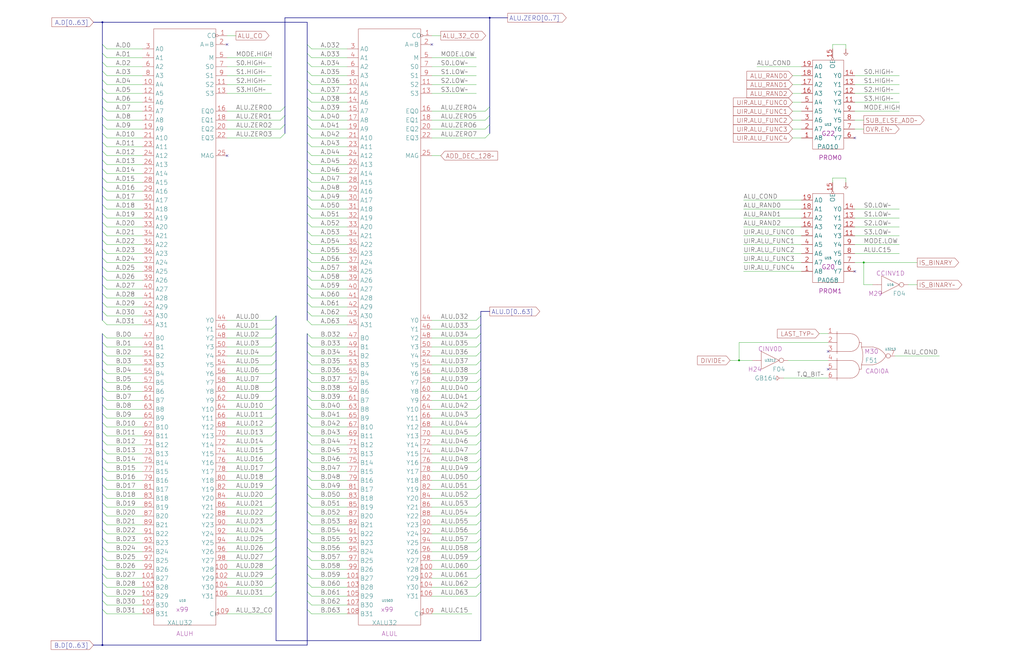
<source format=kicad_sch>
(kicad_sch (version 20230121) (generator eeschema)
  (paper "User" 584.2 378.46)
  (title_block (title "ALU ARRAY\\nMOST SIGNIFICANT BITS") (date "15-MAR-90") (rev "1.0") (comment 1 "TYPE") (comment 2 "232-003062") (comment 3 "S400") (comment 4 "RELEASED"))
  (junction (at 58.42 368.3))
  (junction (at 492.76 149.86))
  (junction (at 58.42 12.7))
  (junction (at 421.64 205.74))
  (junction (at 279.4 10.16))
  (no_connect (at 487.68 154.94))
  (no_connect (at 129.54 88.9))
  (no_connect (at 472.44 210.82))
  (no_connect (at 246.38 25.4))
  (no_connect (at 129.54 25.4))
  (no_connect (at 487.68 78.74))
  (no_connect (at 472.44 200.66))
  (bus_entry (at 58.42 182.88) (size 2.54 2.54))
  (bus_entry (at 175.26 241.3) (size 2.54 2.54))
  (bus_entry (at 175.26 45.72) (size 2.54 2.54))
  (bus_entry (at 175.26 220.98) (size 2.54 2.54))
  (bus_entry (at 175.26 66.04) (size 2.54 2.54))
  (bus_entry (at 58.42 220.98) (size 2.54 2.54))
  (bus_entry (at 175.26 50.8) (size 2.54 2.54))
  (bus_entry (at 157.48 231.14) (size -2.54 2.54))
  (bus_entry (at 157.48 261.62) (size -2.54 2.54))
  (bus_entry (at 175.26 55.88) (size 2.54 2.54))
  (bus_entry (at 157.48 271.78) (size -2.54 2.54))
  (bus_entry (at 58.42 111.76) (size 2.54 2.54))
  (bus_entry (at 58.42 271.78) (size 2.54 2.54))
  (bus_entry (at 157.48 241.3) (size -2.54 2.54))
  (bus_entry (at 175.26 276.86) (size 2.54 2.54))
  (bus_entry (at 157.48 210.82) (size -2.54 2.54))
  (bus_entry (at 175.26 190.5) (size 2.54 2.54))
  (bus_entry (at 58.42 205.74) (size 2.54 2.54))
  (bus_entry (at 175.26 137.16) (size 2.54 2.54))
  (bus_entry (at 175.26 332.74) (size 2.54 2.54))
  (bus_entry (at 157.48 215.9) (size -2.54 2.54))
  (bus_entry (at 175.26 231.14) (size 2.54 2.54))
  (bus_entry (at 175.26 177.8) (size 2.54 2.54))
  (bus_entry (at 175.26 251.46) (size 2.54 2.54))
  (bus_entry (at 274.32 241.3) (size -2.54 2.54))
  (bus_entry (at 175.26 297.18) (size 2.54 2.54))
  (bus_entry (at 175.26 116.84) (size 2.54 2.54))
  (bus_entry (at 175.26 271.78) (size 2.54 2.54))
  (bus_entry (at 58.42 261.62) (size 2.54 2.54))
  (bus_entry (at 274.32 236.22) (size -2.54 2.54))
  (bus_entry (at 274.32 332.74) (size -2.54 2.54))
  (bus_entry (at 274.32 281.94) (size -2.54 2.54))
  (bus_entry (at 157.48 226.06) (size -2.54 2.54))
  (bus_entry (at 58.42 157.48) (size 2.54 2.54))
  (bus_entry (at 274.32 322.58) (size -2.54 2.54))
  (bus_entry (at 175.26 132.08) (size 2.54 2.54))
  (bus_entry (at 58.42 251.46) (size 2.54 2.54))
  (bus_entry (at 175.26 76.2) (size 2.54 2.54))
  (bus_entry (at 58.42 307.34) (size 2.54 2.54))
  (bus_entry (at 175.26 60.96) (size 2.54 2.54))
  (bus_entry (at 58.42 132.08) (size 2.54 2.54))
  (bus_entry (at 279.4 60.96) (size -2.54 2.54))
  (bus_entry (at 279.4 66.04) (size -2.54 2.54))
  (bus_entry (at 279.4 71.12) (size -2.54 2.54))
  (bus_entry (at 58.42 25.4) (size 2.54 2.54))
  (bus_entry (at 175.26 347.98) (size 2.54 2.54))
  (bus_entry (at 175.26 25.4) (size 2.54 2.54))
  (bus_entry (at 58.42 200.66) (size 2.54 2.54))
  (bus_entry (at 58.42 292.1) (size 2.54 2.54))
  (bus_entry (at 175.26 182.88) (size 2.54 2.54))
  (bus_entry (at 175.26 307.34) (size 2.54 2.54))
  (bus_entry (at 58.42 231.14) (size 2.54 2.54))
  (bus_entry (at 157.48 190.5) (size -2.54 2.54))
  (bus_entry (at 58.42 142.24) (size 2.54 2.54))
  (bus_entry (at 58.42 86.36) (size 2.54 2.54))
  (bus_entry (at 175.26 162.56) (size 2.54 2.54))
  (bus_entry (at 58.42 347.98) (size 2.54 2.54))
  (bus_entry (at 274.32 317.5) (size -2.54 2.54))
  (bus_entry (at 274.32 180.34) (size -2.54 2.54))
  (bus_entry (at 58.42 190.5) (size 2.54 2.54))
  (bus_entry (at 175.26 302.26) (size 2.54 2.54))
  (bus_entry (at 58.42 127) (size 2.54 2.54))
  (bus_entry (at 162.56 76.2) (size -2.54 2.54))
  (bus_entry (at 175.26 226.06) (size 2.54 2.54))
  (bus_entry (at 58.42 266.7) (size 2.54 2.54))
  (bus_entry (at 175.26 147.32) (size 2.54 2.54))
  (bus_entry (at 157.48 266.7) (size -2.54 2.54))
  (bus_entry (at 58.42 302.26) (size 2.54 2.54))
  (bus_entry (at 157.48 251.46) (size -2.54 2.54))
  (bus_entry (at 175.26 342.9) (size 2.54 2.54))
  (bus_entry (at 58.42 317.5) (size 2.54 2.54))
  (bus_entry (at 162.56 60.96) (size -2.54 2.54))
  (bus_entry (at 58.42 241.3) (size 2.54 2.54))
  (bus_entry (at 58.42 167.64) (size 2.54 2.54))
  (bus_entry (at 157.48 276.86) (size -2.54 2.54))
  (bus_entry (at 157.48 200.66) (size -2.54 2.54))
  (bus_entry (at 157.48 281.94) (size -2.54 2.54))
  (bus_entry (at 162.56 71.12) (size -2.54 2.54))
  (bus_entry (at 58.42 342.9) (size 2.54 2.54))
  (bus_entry (at 58.42 177.8) (size 2.54 2.54))
  (bus_entry (at 58.42 137.16) (size 2.54 2.54))
  (bus_entry (at 274.32 307.34) (size -2.54 2.54))
  (bus_entry (at 274.32 302.26) (size -2.54 2.54))
  (bus_entry (at 58.42 40.64) (size 2.54 2.54))
  (bus_entry (at 175.26 322.58) (size 2.54 2.54))
  (bus_entry (at 58.42 147.32) (size 2.54 2.54))
  (bus_entry (at 157.48 185.42) (size -2.54 2.54))
  (bus_entry (at 274.32 337.82) (size -2.54 2.54))
  (bus_entry (at 157.48 180.34) (size -2.54 2.54))
  (bus_entry (at 175.26 292.1) (size 2.54 2.54))
  (bus_entry (at 58.42 287.02) (size 2.54 2.54))
  (bus_entry (at 175.26 200.66) (size 2.54 2.54))
  (bus_entry (at 175.26 205.74) (size 2.54 2.54))
  (bus_entry (at 58.42 101.6) (size 2.54 2.54))
  (bus_entry (at 175.26 261.62) (size 2.54 2.54))
  (bus_entry (at 279.4 76.2) (size -2.54 2.54))
  (bus_entry (at 58.42 246.38) (size 2.54 2.54))
  (bus_entry (at 157.48 327.66) (size -2.54 2.54))
  (bus_entry (at 175.26 111.76) (size 2.54 2.54))
  (bus_entry (at 175.26 236.22) (size 2.54 2.54))
  (bus_entry (at 175.26 81.28) (size 2.54 2.54))
  (bus_entry (at 274.32 271.78) (size -2.54 2.54))
  (bus_entry (at 274.32 312.42) (size -2.54 2.54))
  (bus_entry (at 58.42 195.58) (size 2.54 2.54))
  (bus_entry (at 274.32 276.86) (size -2.54 2.54))
  (bus_entry (at 58.42 172.72) (size 2.54 2.54))
  (bus_entry (at 58.42 71.12) (size 2.54 2.54))
  (bus_entry (at 58.42 226.06) (size 2.54 2.54))
  (bus_entry (at 157.48 322.58) (size -2.54 2.54))
  (bus_entry (at 157.48 307.34) (size -2.54 2.54))
  (bus_entry (at 274.32 226.06) (size -2.54 2.54))
  (bus_entry (at 58.42 116.84) (size 2.54 2.54))
  (bus_entry (at 157.48 312.42) (size -2.54 2.54))
  (bus_entry (at 58.42 297.18) (size 2.54 2.54))
  (bus_entry (at 58.42 60.96) (size 2.54 2.54))
  (bus_entry (at 175.26 317.5) (size 2.54 2.54))
  (bus_entry (at 58.42 256.54) (size 2.54 2.54))
  (bus_entry (at 175.26 96.52) (size 2.54 2.54))
  (bus_entry (at 58.42 322.58) (size 2.54 2.54))
  (bus_entry (at 58.42 66.04) (size 2.54 2.54))
  (bus_entry (at 175.26 172.72) (size 2.54 2.54))
  (bus_entry (at 274.32 246.38) (size -2.54 2.54))
  (bus_entry (at 157.48 246.38) (size -2.54 2.54))
  (bus_entry (at 175.26 210.82) (size 2.54 2.54))
  (bus_entry (at 157.48 337.82) (size -2.54 2.54))
  (bus_entry (at 175.26 337.82) (size 2.54 2.54))
  (bus_entry (at 175.26 281.94) (size 2.54 2.54))
  (bus_entry (at 157.48 195.58) (size -2.54 2.54))
  (bus_entry (at 175.26 127) (size 2.54 2.54))
  (bus_entry (at 58.42 327.66) (size 2.54 2.54))
  (bus_entry (at 175.26 40.64) (size 2.54 2.54))
  (bus_entry (at 274.32 287.02) (size -2.54 2.54))
  (bus_entry (at 175.26 121.92) (size 2.54 2.54))
  (bus_entry (at 58.42 121.92) (size 2.54 2.54))
  (bus_entry (at 58.42 76.2) (size 2.54 2.54))
  (bus_entry (at 175.26 256.54) (size 2.54 2.54))
  (bus_entry (at 274.32 251.46) (size -2.54 2.54))
  (bus_entry (at 175.26 246.38) (size 2.54 2.54))
  (bus_entry (at 175.26 327.66) (size 2.54 2.54))
  (bus_entry (at 274.32 190.5) (size -2.54 2.54))
  (bus_entry (at 58.42 281.94) (size 2.54 2.54))
  (bus_entry (at 58.42 96.52) (size 2.54 2.54))
  (bus_entry (at 58.42 106.68) (size 2.54 2.54))
  (bus_entry (at 175.26 71.12) (size 2.54 2.54))
  (bus_entry (at 58.42 276.86) (size 2.54 2.54))
  (bus_entry (at 175.26 287.02) (size 2.54 2.54))
  (bus_entry (at 175.26 30.48) (size 2.54 2.54))
  (bus_entry (at 175.26 35.56) (size 2.54 2.54))
  (bus_entry (at 175.26 106.68) (size 2.54 2.54))
  (bus_entry (at 157.48 205.74) (size -2.54 2.54))
  (bus_entry (at 58.42 162.56) (size 2.54 2.54))
  (bus_entry (at 274.32 210.82) (size -2.54 2.54))
  (bus_entry (at 58.42 30.48) (size 2.54 2.54))
  (bus_entry (at 157.48 332.74) (size -2.54 2.54))
  (bus_entry (at 175.26 101.6) (size 2.54 2.54))
  (bus_entry (at 175.26 157.48) (size 2.54 2.54))
  (bus_entry (at 175.26 167.64) (size 2.54 2.54))
  (bus_entry (at 58.42 35.56) (size 2.54 2.54))
  (bus_entry (at 58.42 91.44) (size 2.54 2.54))
  (bus_entry (at 58.42 81.28) (size 2.54 2.54))
  (bus_entry (at 58.42 337.82) (size 2.54 2.54))
  (bus_entry (at 175.26 195.58) (size 2.54 2.54))
  (bus_entry (at 175.26 86.36) (size 2.54 2.54))
  (bus_entry (at 157.48 317.5) (size -2.54 2.54))
  (bus_entry (at 274.32 185.42) (size -2.54 2.54))
  (bus_entry (at 157.48 256.54) (size -2.54 2.54))
  (bus_entry (at 274.32 256.54) (size -2.54 2.54))
  (bus_entry (at 58.42 210.82) (size 2.54 2.54))
  (bus_entry (at 157.48 292.1) (size -2.54 2.54))
  (bus_entry (at 162.56 66.04) (size -2.54 2.54))
  (bus_entry (at 274.32 297.18) (size -2.54 2.54))
  (bus_entry (at 58.42 215.9) (size 2.54 2.54))
  (bus_entry (at 175.26 91.44) (size 2.54 2.54))
  (bus_entry (at 274.32 200.66) (size -2.54 2.54))
  (bus_entry (at 175.26 312.42) (size 2.54 2.54))
  (bus_entry (at 58.42 45.72) (size 2.54 2.54))
  (bus_entry (at 175.26 266.7) (size 2.54 2.54))
  (bus_entry (at 175.26 152.4) (size 2.54 2.54))
  (bus_entry (at 157.48 220.98) (size -2.54 2.54))
  (bus_entry (at 274.32 195.58) (size -2.54 2.54))
  (bus_entry (at 274.32 220.98) (size -2.54 2.54))
  (bus_entry (at 157.48 297.18) (size -2.54 2.54))
  (bus_entry (at 58.42 152.4) (size 2.54 2.54))
  (bus_entry (at 274.32 292.1) (size -2.54 2.54))
  (bus_entry (at 58.42 50.8) (size 2.54 2.54))
  (bus_entry (at 58.42 236.22) (size 2.54 2.54))
  (bus_entry (at 58.42 55.88) (size 2.54 2.54))
  (bus_entry (at 58.42 332.74) (size 2.54 2.54))
  (bus_entry (at 274.32 327.66) (size -2.54 2.54))
  (bus_entry (at 157.48 302.26) (size -2.54 2.54))
  (bus_entry (at 157.48 287.02) (size -2.54 2.54))
  (bus_entry (at 274.32 205.74) (size -2.54 2.54))
  (bus_entry (at 274.32 215.9) (size -2.54 2.54))
  (bus_entry (at 274.32 261.62) (size -2.54 2.54))
  (bus_entry (at 274.32 231.14) (size -2.54 2.54))
  (bus_entry (at 175.26 215.9) (size 2.54 2.54))
  (bus_entry (at 157.48 236.22) (size -2.54 2.54))
  (bus_entry (at 274.32 266.7) (size -2.54 2.54))
  (bus_entry (at 58.42 312.42) (size 2.54 2.54))
  (bus_entry (at 175.26 142.24) (size 2.54 2.54))
  (wire (pts (xy 424.18 139.7) (xy 457.2 139.7)))
  (wire (pts (xy 246.38 294.64) (xy 271.78 294.64)))
  (wire (pts (xy 487.68 139.7) (xy 513.08 139.7)))
  (bus (pts (xy 58.42 12.7) (xy 175.26 12.7)))
  (bus (pts (xy 58.42 81.28) (xy 58.42 86.36)))
  (wire (pts (xy 129.54 63.5) (xy 160.02 63.5)))
  (wire (pts (xy 177.8 185.42) (xy 198.12 185.42)))
  (wire (pts (xy 246.38 20.32) (xy 251.46 20.32)))
  (wire (pts (xy 246.38 274.32) (xy 271.78 274.32)))
  (wire (pts (xy 177.8 124.46) (xy 198.12 124.46)))
  (wire (pts (xy 177.8 78.74) (xy 198.12 78.74)))
  (wire (pts (xy 246.38 259.08) (xy 271.78 259.08)))
  (wire (pts (xy 497.84 162.56) (xy 492.76 162.56)))
  (bus (pts (xy 175.26 76.2) (xy 175.26 81.28)))
  (wire (pts (xy 60.96 259.08) (xy 81.28 259.08)))
  (wire (pts (xy 60.96 63.5) (xy 81.28 63.5)))
  (bus (pts (xy 157.48 292.1) (xy 157.48 297.18)))
  (wire (pts (xy 452.12 68.58) (xy 457.2 68.58)))
  (wire (pts (xy 129.54 38.1) (xy 154.94 38.1)))
  (bus (pts (xy 58.42 347.98) (xy 58.42 368.3)))
  (bus (pts (xy 58.42 137.16) (xy 58.42 142.24)))
  (wire (pts (xy 129.54 269.24) (xy 154.94 269.24)))
  (wire (pts (xy 60.96 139.7) (xy 81.28 139.7)))
  (bus (pts (xy 58.42 147.32) (xy 58.42 152.4)))
  (wire (pts (xy 246.38 335.28) (xy 271.78 335.28)))
  (bus (pts (xy 175.26 261.62) (xy 175.26 266.7)))
  (bus (pts (xy 175.26 332.74) (xy 175.26 327.66)))
  (bus (pts (xy 274.32 190.5) (xy 274.32 195.58)))
  (bus (pts (xy 58.42 271.78) (xy 58.42 276.86)))
  (wire (pts (xy 129.54 274.32) (xy 154.94 274.32)))
  (wire (pts (xy 474.98 101.6) (xy 474.98 104.14)))
  (bus (pts (xy 274.32 317.5) (xy 274.32 322.58)))
  (wire (pts (xy 60.96 99.06) (xy 81.28 99.06)))
  (wire (pts (xy 60.96 165.1) (xy 81.28 165.1)))
  (wire (pts (xy 424.18 154.94) (xy 457.2 154.94)))
  (bus (pts (xy 274.32 261.62) (xy 274.32 266.7)))
  (bus (pts (xy 58.42 172.72) (xy 58.42 177.8)))
  (bus (pts (xy 58.42 231.14) (xy 58.42 226.06)))
  (wire (pts (xy 246.38 289.56) (xy 271.78 289.56)))
  (bus (pts (xy 175.26 236.22) (xy 175.26 241.3)))
  (wire (pts (xy 60.96 48.26) (xy 81.28 48.26)))
  (bus (pts (xy 175.26 132.08) (xy 175.26 137.16)))
  (bus (pts (xy 175.26 281.94) (xy 175.26 287.02)))
  (wire (pts (xy 60.96 104.14) (xy 81.28 104.14)))
  (bus (pts (xy 175.26 215.9) (xy 175.26 220.98)))
  (wire (pts (xy 177.8 119.38) (xy 198.12 119.38)))
  (wire (pts (xy 60.96 213.36) (xy 81.28 213.36)))
  (bus (pts (xy 279.4 10.16) (xy 289.56 10.16)))
  (bus (pts (xy 274.32 307.34) (xy 274.32 312.42)))
  (bus (pts (xy 58.42 116.84) (xy 58.42 121.92)))
  (wire (pts (xy 246.38 48.26) (xy 271.78 48.26)))
  (bus (pts (xy 175.26 231.14) (xy 175.26 236.22)))
  (bus (pts (xy 58.42 132.08) (xy 58.42 137.16)))
  (wire (pts (xy 177.8 294.64) (xy 198.12 294.64)))
  (wire (pts (xy 60.96 269.24) (xy 81.28 269.24)))
  (wire (pts (xy 421.64 195.58) (xy 421.64 205.74)))
  (bus (pts (xy 58.42 205.74) (xy 58.42 210.82)))
  (bus (pts (xy 157.48 210.82) (xy 157.48 215.9)))
  (wire (pts (xy 452.12 78.74) (xy 457.2 78.74)))
  (wire (pts (xy 129.54 289.56) (xy 154.94 289.56)))
  (wire (pts (xy 129.54 309.88) (xy 154.94 309.88)))
  (wire (pts (xy 60.96 180.34) (xy 81.28 180.34)))
  (wire (pts (xy 129.54 284.48) (xy 154.94 284.48)))
  (wire (pts (xy 492.76 149.86) (xy 487.68 149.86)))
  (bus (pts (xy 175.26 162.56) (xy 175.26 167.64)))
  (wire (pts (xy 129.54 73.66) (xy 160.02 73.66)))
  (wire (pts (xy 246.38 198.12) (xy 271.78 198.12)))
  (bus (pts (xy 274.32 195.58) (xy 274.32 200.66)))
  (bus (pts (xy 157.48 185.42) (xy 157.48 190.5)))
  (bus (pts (xy 58.42 96.52) (xy 58.42 101.6)))
  (wire (pts (xy 246.38 88.9) (xy 251.46 88.9)))
  (wire (pts (xy 129.54 254) (xy 154.94 254)))
  (bus (pts (xy 274.32 287.02) (xy 274.32 292.1)))
  (wire (pts (xy 129.54 350.52) (xy 154.94 350.52)))
  (wire (pts (xy 177.8 213.36) (xy 198.12 213.36)))
  (wire (pts (xy 482.6 101.6) (xy 474.98 101.6)))
  (wire (pts (xy 177.8 284.48) (xy 198.12 284.48)))
  (wire (pts (xy 487.68 53.34) (xy 513.08 53.34)))
  (wire (pts (xy 60.96 185.42) (xy 81.28 185.42)))
  (wire (pts (xy 60.96 203.2) (xy 81.28 203.2)))
  (wire (pts (xy 177.8 180.34) (xy 198.12 180.34)))
  (wire (pts (xy 129.54 228.6) (xy 154.94 228.6)))
  (wire (pts (xy 177.8 63.5) (xy 198.12 63.5)))
  (wire (pts (xy 60.96 320.04) (xy 81.28 320.04)))
  (bus (pts (xy 58.42 337.82) (xy 58.42 342.9)))
  (bus (pts (xy 274.32 215.9) (xy 274.32 210.82)))
  (bus (pts (xy 58.42 71.12) (xy 58.42 76.2)))
  (wire (pts (xy 518.16 162.56) (xy 523.24 162.56)))
  (wire (pts (xy 246.38 73.66) (xy 276.86 73.66)))
  (wire (pts (xy 129.54 294.64) (xy 154.94 294.64)))
  (wire (pts (xy 449.58 205.74) (xy 472.44 205.74)))
  (bus (pts (xy 162.56 66.04) (xy 162.56 71.12)))
  (wire (pts (xy 60.96 160.02) (xy 81.28 160.02)))
  (wire (pts (xy 177.8 149.86) (xy 198.12 149.86)))
  (wire (pts (xy 246.38 228.6) (xy 271.78 228.6)))
  (wire (pts (xy 177.8 254) (xy 198.12 254)))
  (wire (pts (xy 246.38 299.72) (xy 271.78 299.72)))
  (bus (pts (xy 58.42 50.8) (xy 58.42 55.88)))
  (bus (pts (xy 157.48 190.5) (xy 157.48 195.58)))
  (wire (pts (xy 482.6 25.4) (xy 474.98 25.4)))
  (bus (pts (xy 157.48 246.38) (xy 157.48 251.46)))
  (wire (pts (xy 492.76 149.86) (xy 523.24 149.86)))
  (bus (pts (xy 175.26 152.4) (xy 175.26 157.48)))
  (bus (pts (xy 175.26 147.32) (xy 175.26 152.4)))
  (bus (pts (xy 58.42 200.66) (xy 58.42 205.74)))
  (wire (pts (xy 60.96 134.62) (xy 81.28 134.62)))
  (wire (pts (xy 457.2 38.1) (xy 431.8 38.1)))
  (wire (pts (xy 129.54 335.28) (xy 154.94 335.28)))
  (wire (pts (xy 129.54 213.36) (xy 154.94 213.36)))
  (wire (pts (xy 177.8 27.94) (xy 198.12 27.94)))
  (wire (pts (xy 246.38 203.2) (xy 271.78 203.2)))
  (wire (pts (xy 177.8 93.98) (xy 198.12 93.98)))
  (wire (pts (xy 452.12 58.42) (xy 457.2 58.42)))
  (wire (pts (xy 487.68 124.46) (xy 513.08 124.46)))
  (wire (pts (xy 452.12 43.18) (xy 457.2 43.18)))
  (bus (pts (xy 58.42 332.74) (xy 58.42 337.82)))
  (wire (pts (xy 177.8 144.78) (xy 198.12 144.78)))
  (wire (pts (xy 177.8 299.72) (xy 198.12 299.72)))
  (wire (pts (xy 60.96 228.6) (xy 81.28 228.6)))
  (bus (pts (xy 58.42 45.72) (xy 58.42 50.8)))
  (wire (pts (xy 177.8 274.32) (xy 198.12 274.32)))
  (bus (pts (xy 157.48 307.34) (xy 157.48 312.42)))
  (wire (pts (xy 129.54 248.92) (xy 154.94 248.92)))
  (bus (pts (xy 175.26 45.72) (xy 175.26 50.8)))
  (wire (pts (xy 246.38 208.28) (xy 271.78 208.28)))
  (wire (pts (xy 129.54 182.88) (xy 154.94 182.88)))
  (bus (pts (xy 175.26 302.26) (xy 175.26 307.34)))
  (bus (pts (xy 58.42 35.56) (xy 58.42 40.64)))
  (wire (pts (xy 177.8 208.28) (xy 198.12 208.28)))
  (wire (pts (xy 246.38 63.5) (xy 276.86 63.5)))
  (wire (pts (xy 60.96 53.34) (xy 81.28 53.34)))
  (bus (pts (xy 58.42 312.42) (xy 58.42 317.5)))
  (bus (pts (xy 58.42 287.02) (xy 58.42 292.1)))
  (bus (pts (xy 175.26 12.7) (xy 175.26 25.4)))
  (bus (pts (xy 274.32 241.3) (xy 274.32 236.22)))
  (bus (pts (xy 175.26 246.38) (xy 175.26 251.46)))
  (wire (pts (xy 177.8 238.76) (xy 198.12 238.76)))
  (bus (pts (xy 157.48 241.3) (xy 157.48 246.38)))
  (wire (pts (xy 447.04 215.9) (xy 472.44 215.9)))
  (wire (pts (xy 246.38 248.92) (xy 271.78 248.92)))
  (wire (pts (xy 129.54 187.96) (xy 154.94 187.96)))
  (wire (pts (xy 60.96 340.36) (xy 81.28 340.36)))
  (bus (pts (xy 58.42 167.64) (xy 58.42 172.72)))
  (bus (pts (xy 58.42 76.2) (xy 58.42 81.28)))
  (bus (pts (xy 175.26 30.48) (xy 175.26 35.56)))
  (bus (pts (xy 175.26 101.6) (xy 175.26 106.68)))
  (wire (pts (xy 60.96 294.64) (xy 81.28 294.64)))
  (bus (pts (xy 274.32 180.34) (xy 274.32 185.42)))
  (bus (pts (xy 58.42 142.24) (xy 58.42 147.32)))
  (bus (pts (xy 58.42 241.3) (xy 58.42 246.38)))
  (wire (pts (xy 177.8 248.92) (xy 198.12 248.92)))
  (bus (pts (xy 58.42 246.38) (xy 58.42 251.46)))
  (bus (pts (xy 175.26 251.46) (xy 175.26 256.54)))
  (wire (pts (xy 129.54 68.58) (xy 160.02 68.58)))
  (wire (pts (xy 129.54 314.96) (xy 154.94 314.96)))
  (bus (pts (xy 58.42 276.86) (xy 58.42 281.94)))
  (bus (pts (xy 58.42 251.46) (xy 58.42 256.54)))
  (wire (pts (xy 177.8 198.12) (xy 198.12 198.12)))
  (bus (pts (xy 175.26 35.56) (xy 175.26 40.64)))
  (wire (pts (xy 177.8 289.56) (xy 198.12 289.56)))
  (wire (pts (xy 513.08 58.42) (xy 487.68 58.42)))
  (bus (pts (xy 175.26 91.44) (xy 175.26 96.52)))
  (wire (pts (xy 60.96 27.94) (xy 81.28 27.94)))
  (bus (pts (xy 175.26 60.96) (xy 175.26 66.04)))
  (bus (pts (xy 274.32 205.74) (xy 274.32 210.82)))
  (wire (pts (xy 246.38 350.52) (xy 269.24 350.52)))
  (wire (pts (xy 424.18 144.78) (xy 457.2 144.78)))
  (bus (pts (xy 58.42 157.48) (xy 58.42 162.56)))
  (bus (pts (xy 157.48 215.9) (xy 157.48 220.98)))
  (bus (pts (xy 157.48 180.34) (xy 157.48 185.42)))
  (wire (pts (xy 60.96 78.74) (xy 81.28 78.74)))
  (wire (pts (xy 60.96 73.66) (xy 81.28 73.66)))
  (bus (pts (xy 175.26 142.24) (xy 175.26 147.32)))
  (wire (pts (xy 246.38 43.18) (xy 271.78 43.18)))
  (wire (pts (xy 129.54 48.26) (xy 154.94 48.26)))
  (wire (pts (xy 246.38 309.88) (xy 271.78 309.88)))
  (wire (pts (xy 60.96 38.1) (xy 81.28 38.1)))
  (bus (pts (xy 157.48 220.98) (xy 157.48 226.06)))
  (bus (pts (xy 58.42 101.6) (xy 58.42 106.68)))
  (wire (pts (xy 129.54 243.84) (xy 154.94 243.84)))
  (bus (pts (xy 58.42 86.36) (xy 58.42 91.44)))
  (wire (pts (xy 177.8 279.4) (xy 198.12 279.4)))
  (bus (pts (xy 175.26 231.14) (xy 175.26 226.06)))
  (wire (pts (xy 246.38 223.52) (xy 271.78 223.52)))
  (bus (pts (xy 274.32 332.74) (xy 274.32 337.82)))
  (bus (pts (xy 274.32 177.8) (xy 279.4 177.8)))
  (wire (pts (xy 246.38 213.36) (xy 271.78 213.36)))
  (wire (pts (xy 129.54 218.44) (xy 154.94 218.44)))
  (wire (pts (xy 177.8 139.7) (xy 198.12 139.7)))
  (wire (pts (xy 177.8 203.2) (xy 198.12 203.2)))
  (bus (pts (xy 274.32 236.22) (xy 274.32 231.14)))
  (wire (pts (xy 246.38 304.8) (xy 271.78 304.8)))
  (bus (pts (xy 274.32 231.14) (xy 274.32 226.06)))
  (wire (pts (xy 129.54 193.04) (xy 154.94 193.04)))
  (bus (pts (xy 58.42 162.56) (xy 58.42 167.64)))
  (wire (pts (xy 60.96 170.18) (xy 81.28 170.18)))
  (bus (pts (xy 162.56 10.16) (xy 162.56 60.96)))
  (wire (pts (xy 246.38 325.12) (xy 271.78 325.12)))
  (wire (pts (xy 510.54 203.2) (xy 535.94 203.2)))
  (wire (pts (xy 487.68 134.62) (xy 513.08 134.62)))
  (wire (pts (xy 177.8 228.6) (xy 198.12 228.6)))
  (wire (pts (xy 129.54 259.08) (xy 154.94 259.08)))
  (bus (pts (xy 58.42 30.48) (xy 58.42 35.56)))
  (wire (pts (xy 246.38 330.2) (xy 271.78 330.2)))
  (wire (pts (xy 177.8 109.22) (xy 198.12 109.22)))
  (bus (pts (xy 175.26 347.98) (xy 175.26 368.3)))
  (bus (pts (xy 279.4 10.16) (xy 279.4 60.96)))
  (bus (pts (xy 58.42 271.78) (xy 58.42 266.7)))
  (bus (pts (xy 58.42 91.44) (xy 58.42 96.52)))
  (wire (pts (xy 60.96 83.82) (xy 81.28 83.82)))
  (wire (pts (xy 492.76 162.56) (xy 492.76 149.86)))
  (bus (pts (xy 175.26 256.54) (xy 175.26 261.62)))
  (bus (pts (xy 274.32 302.26) (xy 274.32 307.34)))
  (bus (pts (xy 274.32 312.42) (xy 274.32 317.5)))
  (wire (pts (xy 177.8 38.1) (xy 198.12 38.1)))
  (bus (pts (xy 58.42 55.88) (xy 58.42 60.96)))
  (bus (pts (xy 53.34 12.7) (xy 58.42 12.7)))
  (wire (pts (xy 177.8 53.34) (xy 198.12 53.34)))
  (bus (pts (xy 175.26 297.18) (xy 175.26 302.26)))
  (wire (pts (xy 60.96 129.54) (xy 81.28 129.54)))
  (bus (pts (xy 175.26 71.12) (xy 175.26 76.2)))
  (wire (pts (xy 424.18 119.38) (xy 457.2 119.38)))
  (bus (pts (xy 175.26 111.76) (xy 175.26 116.84)))
  (wire (pts (xy 177.8 350.52) (xy 198.12 350.52)))
  (wire (pts (xy 246.38 53.34) (xy 271.78 53.34)))
  (wire (pts (xy 129.54 33.02) (xy 154.94 33.02)))
  (wire (pts (xy 482.6 25.4) (xy 482.6 27.94)))
  (wire (pts (xy 177.8 218.44) (xy 198.12 218.44)))
  (bus (pts (xy 274.32 266.7) (xy 274.32 271.78)))
  (bus (pts (xy 274.32 256.54) (xy 274.32 251.46)))
  (bus (pts (xy 274.32 327.66) (xy 274.32 332.74)))
  (wire (pts (xy 246.38 314.96) (xy 271.78 314.96)))
  (bus (pts (xy 175.26 66.04) (xy 175.26 71.12)))
  (wire (pts (xy 246.38 187.96) (xy 271.78 187.96)))
  (bus (pts (xy 175.26 127) (xy 175.26 132.08)))
  (wire (pts (xy 60.96 109.22) (xy 81.28 109.22)))
  (wire (pts (xy 60.96 233.68) (xy 81.28 233.68)))
  (wire (pts (xy 129.54 279.4) (xy 154.94 279.4)))
  (bus (pts (xy 175.26 200.66) (xy 175.26 205.74)))
  (wire (pts (xy 129.54 203.2) (xy 154.94 203.2)))
  (wire (pts (xy 60.96 309.88) (xy 81.28 309.88)))
  (wire (pts (xy 452.12 53.34) (xy 457.2 53.34)))
  (bus (pts (xy 58.42 25.4) (xy 58.42 30.48)))
  (wire (pts (xy 60.96 68.58) (xy 81.28 68.58)))
  (bus (pts (xy 175.26 342.9) (xy 175.26 337.82)))
  (bus (pts (xy 58.42 215.9) (xy 58.42 220.98)))
  (bus (pts (xy 58.42 111.76) (xy 58.42 116.84)))
  (bus (pts (xy 175.26 205.74) (xy 175.26 210.82)))
  (bus (pts (xy 175.26 210.82) (xy 175.26 215.9)))
  (bus (pts (xy 274.32 261.62) (xy 274.32 256.54)))
  (wire (pts (xy 177.8 340.36) (xy 198.12 340.36)))
  (bus (pts (xy 157.48 317.5) (xy 157.48 322.58)))
  (wire (pts (xy 60.96 335.28) (xy 81.28 335.28)))
  (bus (pts (xy 274.32 200.66) (xy 274.32 205.74)))
  (wire (pts (xy 246.38 78.74) (xy 276.86 78.74)))
  (wire (pts (xy 177.8 43.18) (xy 198.12 43.18)))
  (bus (pts (xy 175.26 86.36) (xy 175.26 91.44)))
  (bus (pts (xy 175.26 347.98) (xy 175.26 342.9)))
  (wire (pts (xy 129.54 238.76) (xy 154.94 238.76)))
  (bus (pts (xy 274.32 271.78) (xy 274.32 276.86)))
  (bus (pts (xy 157.48 281.94) (xy 157.48 287.02)))
  (bus (pts (xy 157.48 195.58) (xy 157.48 200.66)))
  (wire (pts (xy 246.38 238.76) (xy 271.78 238.76)))
  (bus (pts (xy 157.48 231.14) (xy 157.48 236.22)))
  (wire (pts (xy 246.38 279.4) (xy 271.78 279.4)))
  (bus (pts (xy 58.42 287.02) (xy 58.42 281.94)))
  (bus (pts (xy 274.32 246.38) (xy 274.32 241.3)))
  (bus (pts (xy 157.48 251.46) (xy 157.48 256.54)))
  (wire (pts (xy 60.96 264.16) (xy 81.28 264.16)))
  (bus (pts (xy 279.4 60.96) (xy 279.4 66.04)))
  (bus (pts (xy 162.56 10.16) (xy 279.4 10.16)))
  (bus (pts (xy 274.32 180.34) (xy 274.32 177.8)))
  (bus (pts (xy 274.32 297.18) (xy 274.32 302.26)))
  (wire (pts (xy 60.96 279.4) (xy 81.28 279.4)))
  (bus (pts (xy 274.32 251.46) (xy 274.32 246.38)))
  (wire (pts (xy 177.8 345.44) (xy 198.12 345.44)))
  (wire (pts (xy 487.68 144.78) (xy 513.08 144.78)))
  (wire (pts (xy 177.8 160.02) (xy 198.12 160.02)))
  (wire (pts (xy 60.96 330.2) (xy 81.28 330.2)))
  (bus (pts (xy 58.42 12.7) (xy 58.42 25.4)))
  (wire (pts (xy 60.96 93.98) (xy 81.28 93.98)))
  (bus (pts (xy 157.48 236.22) (xy 157.48 241.3)))
  (bus (pts (xy 175.26 337.82) (xy 175.26 332.74)))
  (bus (pts (xy 175.26 167.64) (xy 175.26 172.72)))
  (wire (pts (xy 424.18 114.3) (xy 457.2 114.3)))
  (wire (pts (xy 129.54 320.04) (xy 154.94 320.04)))
  (wire (pts (xy 177.8 233.68) (xy 198.12 233.68)))
  (bus (pts (xy 175.26 327.66) (xy 175.26 322.58)))
  (wire (pts (xy 60.96 149.86) (xy 81.28 149.86)))
  (bus (pts (xy 157.48 287.02) (xy 157.48 292.1)))
  (wire (pts (xy 177.8 223.52) (xy 198.12 223.52)))
  (wire (pts (xy 60.96 248.92) (xy 81.28 248.92)))
  (wire (pts (xy 246.38 243.84) (xy 271.78 243.84)))
  (bus (pts (xy 58.42 256.54) (xy 58.42 261.62)))
  (wire (pts (xy 177.8 314.96) (xy 198.12 314.96)))
  (bus (pts (xy 175.26 287.02) (xy 175.26 292.1)))
  (bus (pts (xy 58.42 195.58) (xy 58.42 200.66)))
  (wire (pts (xy 60.96 33.02) (xy 81.28 33.02)))
  (wire (pts (xy 129.54 198.12) (xy 154.94 198.12)))
  (bus (pts (xy 58.42 106.68) (xy 58.42 111.76)))
  (wire (pts (xy 177.8 68.58) (xy 198.12 68.58)))
  (wire (pts (xy 177.8 309.88) (xy 198.12 309.88)))
  (wire (pts (xy 60.96 289.56) (xy 81.28 289.56)))
  (bus (pts (xy 157.48 365.76) (xy 274.32 365.76)))
  (wire (pts (xy 60.96 43.18) (xy 81.28 43.18)))
  (wire (pts (xy 60.96 88.9) (xy 81.28 88.9)))
  (wire (pts (xy 129.54 53.34) (xy 154.94 53.34)))
  (wire (pts (xy 487.68 63.5) (xy 513.08 63.5)))
  (bus (pts (xy 157.48 271.78) (xy 157.48 276.86)))
  (wire (pts (xy 60.96 254) (xy 81.28 254)))
  (wire (pts (xy 129.54 304.8) (xy 154.94 304.8)))
  (bus (pts (xy 157.48 276.86) (xy 157.48 281.94)))
  (wire (pts (xy 421.64 195.58) (xy 472.44 195.58)))
  (bus (pts (xy 175.26 50.8) (xy 175.26 55.88)))
  (wire (pts (xy 129.54 299.72) (xy 154.94 299.72)))
  (wire (pts (xy 246.38 68.58) (xy 276.86 68.58)))
  (bus (pts (xy 58.42 127) (xy 58.42 132.08)))
  (bus (pts (xy 175.26 271.78) (xy 175.26 266.7)))
  (bus (pts (xy 175.26 40.64) (xy 175.26 45.72)))
  (bus (pts (xy 58.42 342.9) (xy 58.42 347.98)))
  (wire (pts (xy 246.38 33.02) (xy 271.78 33.02)))
  (wire (pts (xy 60.96 238.76) (xy 81.28 238.76)))
  (bus (pts (xy 157.48 337.82) (xy 157.48 365.76)))
  (wire (pts (xy 246.38 233.68) (xy 271.78 233.68)))
  (wire (pts (xy 452.12 73.66) (xy 457.2 73.66)))
  (wire (pts (xy 246.38 182.88) (xy 271.78 182.88)))
  (wire (pts (xy 60.96 218.44) (xy 81.28 218.44)))
  (wire (pts (xy 129.54 264.16) (xy 154.94 264.16)))
  (bus (pts (xy 157.48 332.74) (xy 157.48 337.82)))
  (wire (pts (xy 60.96 350.52) (xy 81.28 350.52)))
  (bus (pts (xy 58.42 368.3) (xy 175.26 368.3)))
  (wire (pts (xy 424.18 149.86) (xy 457.2 149.86)))
  (bus (pts (xy 157.48 322.58) (xy 157.48 327.66)))
  (wire (pts (xy 129.54 340.36) (xy 154.94 340.36)))
  (wire (pts (xy 421.64 205.74) (xy 429.26 205.74)))
  (wire (pts (xy 177.8 243.84) (xy 198.12 243.84)))
  (bus (pts (xy 157.48 297.18) (xy 157.48 302.26)))
  (bus (pts (xy 175.26 312.42) (xy 175.26 307.34)))
  (wire (pts (xy 177.8 114.3) (xy 198.12 114.3)))
  (bus (pts (xy 58.42 322.58) (xy 58.42 327.66)))
  (wire (pts (xy 424.18 134.62) (xy 457.2 134.62)))
  (bus (pts (xy 175.26 271.78) (xy 175.26 276.86)))
  (bus (pts (xy 58.42 312.42) (xy 58.42 307.34)))
  (bus (pts (xy 274.32 292.1) (xy 274.32 297.18)))
  (bus (pts (xy 58.42 210.82) (xy 58.42 215.9)))
  (bus (pts (xy 58.42 297.18) (xy 58.42 302.26)))
  (bus (pts (xy 58.42 190.5) (xy 58.42 195.58)))
  (bus (pts (xy 58.42 292.1) (xy 58.42 297.18)))
  (wire (pts (xy 60.96 345.44) (xy 81.28 345.44)))
  (bus (pts (xy 58.42 220.98) (xy 58.42 226.06)))
  (bus (pts (xy 58.42 40.64) (xy 58.42 45.72)))
  (wire (pts (xy 474.98 25.4) (xy 474.98 27.94)))
  (wire (pts (xy 246.38 340.36) (xy 271.78 340.36)))
  (bus (pts (xy 175.26 177.8) (xy 175.26 182.88)))
  (bus (pts (xy 274.32 337.82) (xy 274.32 365.76)))
  (wire (pts (xy 452.12 63.5) (xy 457.2 63.5)))
  (bus (pts (xy 175.26 121.92) (xy 175.26 127)))
  (wire (pts (xy 246.38 193.04) (xy 271.78 193.04)))
  (bus (pts (xy 274.32 281.94) (xy 274.32 276.86)))
  (wire (pts (xy 60.96 284.48) (xy 81.28 284.48)))
  (wire (pts (xy 177.8 170.18) (xy 198.12 170.18)))
  (bus (pts (xy 274.32 185.42) (xy 274.32 190.5)))
  (wire (pts (xy 60.96 114.3) (xy 81.28 114.3)))
  (bus (pts (xy 58.42 317.5) (xy 58.42 322.58)))
  (bus (pts (xy 58.42 327.66) (xy 58.42 332.74)))
  (wire (pts (xy 60.96 325.12) (xy 81.28 325.12)))
  (wire (pts (xy 177.8 58.42) (xy 198.12 58.42)))
  (wire (pts (xy 60.96 154.94) (xy 81.28 154.94)))
  (wire (pts (xy 487.68 68.58) (xy 492.76 68.58)))
  (bus (pts (xy 58.42 177.8) (xy 58.42 182.88)))
  (wire (pts (xy 177.8 259.08) (xy 198.12 259.08)))
  (wire (pts (xy 467.36 190.5) (xy 472.44 190.5)))
  (wire (pts (xy 60.96 198.12) (xy 81.28 198.12)))
  (wire (pts (xy 60.96 274.32) (xy 81.28 274.32)))
  (bus (pts (xy 274.32 322.58) (xy 274.32 327.66)))
  (wire (pts (xy 60.96 119.38) (xy 81.28 119.38)))
  (bus (pts (xy 175.26 96.52) (xy 175.26 101.6)))
  (wire (pts (xy 246.38 218.44) (xy 271.78 218.44)))
  (bus (pts (xy 279.4 66.04) (xy 279.4 71.12)))
  (bus (pts (xy 157.48 266.7) (xy 157.48 271.78)))
  (wire (pts (xy 177.8 325.12) (xy 198.12 325.12)))
  (wire (pts (xy 177.8 335.28) (xy 198.12 335.28)))
  (bus (pts (xy 58.42 236.22) (xy 58.42 241.3)))
  (wire (pts (xy 60.96 223.52) (xy 81.28 223.52)))
  (wire (pts (xy 177.8 83.82) (xy 198.12 83.82)))
  (bus (pts (xy 157.48 312.42) (xy 157.48 317.5)))
  (bus (pts (xy 162.56 60.96) (xy 162.56 66.04)))
  (bus (pts (xy 175.26 322.58) (xy 175.26 317.5)))
  (wire (pts (xy 513.08 48.26) (xy 487.68 48.26)))
  (bus (pts (xy 175.26 55.88) (xy 175.26 60.96)))
  (wire (pts (xy 177.8 154.94) (xy 198.12 154.94)))
  (bus (pts (xy 162.56 71.12) (xy 162.56 76.2)))
  (bus (pts (xy 175.26 190.5) (xy 175.26 195.58)))
  (wire (pts (xy 177.8 104.14) (xy 198.12 104.14)))
  (bus (pts (xy 175.26 25.4) (xy 175.26 30.48)))
  (wire (pts (xy 60.96 314.96) (xy 81.28 314.96)))
  (bus (pts (xy 279.4 71.12) (xy 279.4 76.2)))
  (wire (pts (xy 60.96 175.26) (xy 81.28 175.26)))
  (wire (pts (xy 246.38 320.04) (xy 271.78 320.04)))
  (wire (pts (xy 482.6 101.6) (xy 482.6 104.14)))
  (wire (pts (xy 246.38 269.24) (xy 271.78 269.24)))
  (bus (pts (xy 274.32 226.06) (xy 274.32 220.98)))
  (wire (pts (xy 129.54 20.32) (xy 134.62 20.32)))
  (bus (pts (xy 175.26 116.84) (xy 175.26 121.92)))
  (wire (pts (xy 177.8 134.62) (xy 198.12 134.62)))
  (bus (pts (xy 157.48 226.06) (xy 157.48 231.14)))
  (bus (pts (xy 274.32 281.94) (xy 274.32 287.02)))
  (wire (pts (xy 246.38 38.1) (xy 271.78 38.1)))
  (bus (pts (xy 175.26 317.5) (xy 175.26 312.42)))
  (wire (pts (xy 177.8 129.54) (xy 198.12 129.54)))
  (bus (pts (xy 58.42 261.62) (xy 58.42 266.7)))
  (bus (pts (xy 175.26 172.72) (xy 175.26 177.8)))
  (wire (pts (xy 60.96 193.04) (xy 81.28 193.04)))
  (wire (pts (xy 246.38 264.16) (xy 271.78 264.16)))
  (wire (pts (xy 487.68 119.38) (xy 513.08 119.38)))
  (wire (pts (xy 177.8 99.06) (xy 198.12 99.06)))
  (wire (pts (xy 246.38 284.48) (xy 271.78 284.48)))
  (wire (pts (xy 177.8 175.26) (xy 198.12 175.26)))
  (bus (pts (xy 58.42 66.04) (xy 58.42 71.12)))
  (bus (pts (xy 175.26 157.48) (xy 175.26 162.56)))
  (bus (pts (xy 58.42 121.92) (xy 58.42 127)))
  (wire (pts (xy 177.8 73.66) (xy 198.12 73.66)))
  (bus (pts (xy 157.48 302.26) (xy 157.48 307.34)))
  (bus (pts (xy 157.48 327.66) (xy 157.48 332.74)))
  (bus (pts (xy 53.34 368.3) (xy 58.42 368.3)))
  (bus (pts (xy 274.32 220.98) (xy 274.32 215.9)))
  (bus (pts (xy 58.42 60.96) (xy 58.42 66.04)))
  (wire (pts (xy 177.8 264.16) (xy 198.12 264.16)))
  (wire (pts (xy 177.8 48.26) (xy 198.12 48.26)))
  (wire (pts (xy 513.08 43.18) (xy 487.68 43.18)))
  (bus (pts (xy 58.42 152.4) (xy 58.42 157.48)))
  (bus (pts (xy 157.48 205.74) (xy 157.48 210.82)))
  (bus (pts (xy 175.26 276.86) (xy 175.26 281.94)))
  (wire (pts (xy 129.54 233.68) (xy 154.94 233.68)))
  (bus (pts (xy 175.26 195.58) (xy 175.26 200.66)))
  (bus (pts (xy 175.26 292.1) (xy 175.26 297.18)))
  (wire (pts (xy 129.54 78.74) (xy 160.02 78.74)))
  (wire (pts (xy 177.8 269.24) (xy 198.12 269.24)))
  (wire (pts (xy 452.12 48.26) (xy 457.2 48.26)))
  (wire (pts (xy 129.54 223.52) (xy 154.94 223.52)))
  (bus (pts (xy 175.26 220.98) (xy 175.26 226.06)))
  (wire (pts (xy 60.96 299.72) (xy 81.28 299.72)))
  (bus (pts (xy 157.48 200.66) (xy 157.48 205.74)))
  (wire (pts (xy 177.8 33.02) (xy 198.12 33.02)))
  (bus (pts (xy 157.48 256.54) (xy 157.48 261.62)))
  (bus (pts (xy 175.26 106.68) (xy 175.26 111.76)))
  (wire (pts (xy 177.8 304.8) (xy 198.12 304.8)))
  (wire (pts (xy 129.54 325.12) (xy 154.94 325.12)))
  (bus (pts (xy 58.42 302.26) (xy 58.42 307.34)))
  (wire (pts (xy 60.96 208.28) (xy 81.28 208.28)))
  (wire (pts (xy 60.96 144.78) (xy 81.28 144.78)))
  (wire (pts (xy 129.54 208.28) (xy 154.94 208.28)))
  (wire (pts (xy 177.8 330.2) (xy 198.12 330.2)))
  (wire (pts (xy 60.96 58.42) (xy 81.28 58.42)))
  (wire (pts (xy 424.18 124.46) (xy 457.2 124.46)))
  (bus (pts (xy 58.42 231.14) (xy 58.42 236.22)))
  (wire (pts (xy 60.96 243.84) (xy 81.28 243.84)))
  (wire (pts (xy 177.8 320.04) (xy 198.12 320.04)))
  (wire (pts (xy 177.8 88.9) (xy 198.12 88.9)))
  (bus (pts (xy 175.26 81.28) (xy 175.26 86.36)))
  (wire (pts (xy 177.8 165.1) (xy 198.12 165.1)))
  (bus (pts (xy 175.26 137.16) (xy 175.26 142.24)))
  (wire (pts (xy 424.18 129.54) (xy 457.2 129.54)))
  (wire (pts (xy 246.38 254) (xy 271.78 254)))
  (wire (pts (xy 177.8 193.04) (xy 198.12 193.04)))
  (wire (pts (xy 416.56 205.74) (xy 421.64 205.74)))
  (wire (pts (xy 487.68 129.54) (xy 513.08 129.54)))
  (bus (pts (xy 175.26 241.3) (xy 175.26 246.38)))
  (wire (pts (xy 129.54 43.18) (xy 154.94 43.18)))
  (wire (pts (xy 487.68 73.66) (xy 492.76 73.66)))
  (wire (pts (xy 129.54 330.2) (xy 154.94 330.2)))
  (bus (pts (xy 157.48 261.62) (xy 157.48 266.7)))
  (wire (pts (xy 60.96 304.8) (xy 81.28 304.8)))
  (wire (pts (xy 60.96 124.46) (xy 81.28 124.46)))
  (label "B.D58" (at 182.88 325.12 0) (effects (font (size 2.54 2.54))))
  (label "A.D19" (at 66.04 124.46 0) (effects (font (size 2.54 2.54))))
  (label "A.D17" (at 66.04 114.3 0) (effects (font (size 2.54 2.54))))
  (label "ALU.D46" (at 251.46 254 0) (effects (font (size 2.54 2.54))))
  (label "A.D28" (at 66.04 170.18 0) (effects (font (size 2.54 2.54))))
  (label "B.D2" (at 66.04 203.2 0) (effects (font (size 2.54 2.54))))
  (label "ALU.D23" (at 134.62 299.72 0) (effects (font (size 2.54 2.54))))
  (label "ALU.ZERO0" (at 134.62 63.5 0) (effects (font (size 2.54 2.54))))
  (label "ALU.ZERO7" (at 251.46 78.74 0) (effects (font (size 2.54 2.54))))
  (label "S1.LOW~" (at 251.46 43.18 0) (effects (font (size 2.54 2.54))))
  (label "ALU.D48" (at 251.46 264.16 0) (effects (font (size 2.54 2.54))))
  (label "B.D56" (at 182.88 314.96 0) (effects (font (size 2.54 2.54))))
  (label "A.D49" (at 182.88 114.3 0) (effects (font (size 2.54 2.54))))
  (label "A.D52" (at 182.88 129.54 0) (effects (font (size 2.54 2.54))))
  (label "ALU.D15" (at 134.62 259.08 0) (effects (font (size 2.54 2.54))))
  (label "B.D14" (at 66.04 264.16 0) (effects (font (size 2.54 2.54))))
  (label "S0.LOW~" (at 492.76 119.38 0) (effects (font (size 2.54 2.54))))
  (label "B.D35" (at 182.88 208.28 0) (effects (font (size 2.54 2.54))))
  (label "B.D16" (at 66.04 274.32 0) (effects (font (size 2.54 2.54))))
  (label "ALU.D41" (at 251.46 228.6 0) (effects (font (size 2.54 2.54))))
  (label "A.D60" (at 182.88 170.18 0) (effects (font (size 2.54 2.54))))
  (label "ALU.ZERO5" (at 251.46 68.58 0) (effects (font (size 2.54 2.54))))
  (label "B.D50" (at 182.88 284.48 0) (effects (font (size 2.54 2.54))))
  (label "ALU.D36" (at 251.46 203.2 0) (effects (font (size 2.54 2.54))))
  (label "B.D32" (at 182.88 193.04 0) (effects (font (size 2.54 2.54))))
  (label "ALU.D40" (at 251.46 223.52 0) (effects (font (size 2.54 2.54))))
  (label "B.D49" (at 182.88 279.4 0) (effects (font (size 2.54 2.54))))
  (label "B.D62" (at 182.88 345.44 0) (effects (font (size 2.54 2.54))))
  (label "ALU.D21" (at 134.62 289.56 0) (effects (font (size 2.54 2.54))))
  (label "B.D55" (at 182.88 309.88 0) (effects (font (size 2.54 2.54))))
  (label "ALU_RAND0" (at 424.18 119.38 0) (effects (font (size 2.54 2.54))))
  (label "ALU.D2" (at 134.62 193.04 0) (effects (font (size 2.54 2.54))))
  (label "A.D22" (at 66.04 139.7 0) (effects (font (size 2.54 2.54))))
  (label "ALU.D54" (at 251.46 294.64 0) (effects (font (size 2.54 2.54))))
  (label "ALU.D32" (at 251.46 182.88 0) (effects (font (size 2.54 2.54))))
  (label "ALU.D13" (at 134.62 248.92 0) (effects (font (size 2.54 2.54))))
  (label "A.D57" (at 182.88 154.94 0) (effects (font (size 2.54 2.54))))
  (label "A.D8" (at 66.04 68.58 0) (effects (font (size 2.54 2.54))))
  (label "B.D33" (at 182.88 198.12 0) (effects (font (size 2.54 2.54))))
  (label "ALU.D17" (at 134.62 269.24 0) (effects (font (size 2.54 2.54))))
  (label "B.D12" (at 66.04 254 0) (effects (font (size 2.54 2.54))))
  (label "ALU.D20" (at 134.62 284.48 0) (effects (font (size 2.54 2.54))))
  (label "B.D37" (at 182.88 218.44 0) (effects (font (size 2.54 2.54))))
  (label "ALU.D18" (at 134.62 274.32 0) (effects (font (size 2.54 2.54))))
  (label "B.D54" (at 182.88 304.8 0) (effects (font (size 2.54 2.54))))
  (label "ALU.D62" (at 251.46 335.28 0) (effects (font (size 2.54 2.54))))
  (label "S0.HIGH~" (at 134.62 38.1 0) (effects (font (size 2.54 2.54))))
  (label "A.D42" (at 182.88 78.74 0) (effects (font (size 2.54 2.54))))
  (label "A.D3" (at 66.04 43.18 0) (effects (font (size 2.54 2.54))))
  (label "ALU_COND" (at 431.8 38.1 0) (effects (font (size 2.54 2.54))))
  (label "B.D26" (at 66.04 325.12 0) (effects (font (size 2.54 2.54))))
  (label "B.D10" (at 66.04 243.84 0) (effects (font (size 2.54 2.54))))
  (label "B.D8" (at 66.04 233.68 0) (effects (font (size 2.54 2.54))))
  (label "B.D4" (at 66.04 213.36 0) (effects (font (size 2.54 2.54))))
  (label "B.D5" (at 66.04 218.44 0) (effects (font (size 2.54 2.54))))
  (label "S0.HIGH~" (at 492.76 43.18 0) (effects (font (size 2.54 2.54))))
  (label "ALU.ZERO6" (at 251.46 73.66 0) (effects (font (size 2.54 2.54))))
  (label "B.D59" (at 182.88 330.2 0) (effects (font (size 2.54 2.54))))
  (label "ALU.C15" (at 492.76 144.78 0) (effects (font (size 2.54 2.54))))
  (label "B.D61" (at 182.88 340.36 0) (effects (font (size 2.54 2.54))))
  (label "S3.LOW~" (at 251.46 53.34 0) (effects (font (size 2.54 2.54))))
  (label "A.D25" (at 66.04 154.94 0) (effects (font (size 2.54 2.54))))
  (label "B.D42" (at 182.88 243.84 0) (effects (font (size 2.54 2.54))))
  (label "ALU.D29" (at 134.62 330.2 0) (effects (font (size 2.54 2.54))))
  (label "A.D31" (at 66.04 185.42 0) (effects (font (size 2.54 2.54))))
  (label "S3.LOW~" (at 492.76 134.62 0) (effects (font (size 2.54 2.54))))
  (label "B.D7" (at 66.04 228.6 0) (effects (font (size 2.54 2.54))))
  (label "ALU_RAND1" (at 424.18 124.46 0) (effects (font (size 2.54 2.54))))
  (label "A.D20" (at 66.04 129.54 0) (effects (font (size 2.54 2.54))))
  (label "UIR.ALU_FUNC3" (at 424.18 149.86 0) (effects (font (size 2.54 2.54))))
  (label "A.D1" (at 66.04 33.02 0) (effects (font (size 2.54 2.54))))
  (label "A.D34" (at 182.88 38.1 0) (effects (font (size 2.54 2.54))))
  (label "A.D36" (at 182.88 48.26 0) (effects (font (size 2.54 2.54))))
  (label "A.D41" (at 182.88 73.66 0) (effects (font (size 2.54 2.54))))
  (label "ALU.D53" (at 251.46 289.56 0) (effects (font (size 2.54 2.54))))
  (label "ALU.D60" (at 251.46 325.12 0) (effects (font (size 2.54 2.54))))
  (label "ALU.D52" (at 251.46 284.48 0) (effects (font (size 2.54 2.54))))
  (label "S3.HIGH~" (at 134.62 53.34 0) (effects (font (size 2.54 2.54))))
  (label "ALU.D4" (at 134.62 203.2 0) (effects (font (size 2.54 2.54))))
  (label "B.D63" (at 182.88 350.52 0) (effects (font (size 2.54 2.54))))
  (label "UIR.ALU_FUNC0" (at 424.18 134.62 0) (effects (font (size 2.54 2.54))))
  (label "B.D6" (at 66.04 223.52 0) (effects (font (size 2.54 2.54))))
  (label "B.D60" (at 182.88 335.28 0) (effects (font (size 2.54 2.54))))
  (label "MODE.HIGH" (at 492.76 63.5 0) (effects (font (size 2.54 2.54))))
  (label "A.D5" (at 66.04 53.34 0) (effects (font (size 2.54 2.54))))
  (label "ALU.D16" (at 134.62 264.16 0) (effects (font (size 2.54 2.54))))
  (label "S2.HIGH~" (at 134.62 48.26 0) (effects (font (size 2.54 2.54))))
  (label "ALU.D34" (at 251.46 193.04 0) (effects (font (size 2.54 2.54))))
  (label "ALU.D44" (at 251.46 243.84 0) (effects (font (size 2.54 2.54))))
  (label "ALU.D28" (at 134.62 325.12 0) (effects (font (size 2.54 2.54))))
  (label "A.D32" (at 182.88 27.94 0) (effects (font (size 2.54 2.54))))
  (label "ALU.D5" (at 134.62 208.28 0) (effects (font (size 2.54 2.54))))
  (label "B.D48" (at 182.88 274.32 0) (effects (font (size 2.54 2.54))))
  (label "T.Q_BIT~" (at 454.66 215.9 0) (effects (font (size 2.54 2.54))))
  (label "A.D23" (at 66.04 144.78 0) (effects (font (size 2.54 2.54))))
  (label "B.D18" (at 66.04 284.48 0) (effects (font (size 2.54 2.54))))
  (label "ALU.D38" (at 251.46 213.36 0) (effects (font (size 2.54 2.54))))
  (label "B.D21" (at 66.04 299.72 0) (effects (font (size 2.54 2.54))))
  (label "ALU.D35" (at 251.46 198.12 0) (effects (font (size 2.54 2.54))))
  (label "A.D55" (at 182.88 144.78 0) (effects (font (size 2.54 2.54))))
  (label "ALU.D22" (at 134.62 294.64 0) (effects (font (size 2.54 2.54))))
  (label "ALU.C15" (at 251.46 350.52 0) (effects (font (size 2.54 2.54))))
  (label "A.D37" (at 182.88 53.34 0) (effects (font (size 2.54 2.54))))
  (label "A.D15" (at 66.04 104.14 0) (effects (font (size 2.54 2.54))))
  (label "B.D20" (at 66.04 294.64 0) (effects (font (size 2.54 2.54))))
  (label "B.D46" (at 182.88 264.16 0) (effects (font (size 2.54 2.54))))
  (label "A.D2" (at 66.04 38.1 0) (effects (font (size 2.54 2.54))))
  (label "A.D14" (at 66.04 99.06 0) (effects (font (size 2.54 2.54))))
  (label "ALU.D59" (at 251.46 320.04 0) (effects (font (size 2.54 2.54))))
  (label "B.D47" (at 182.88 269.24 0) (effects (font (size 2.54 2.54))))
  (label "ALU.D33" (at 251.46 187.96 0) (effects (font (size 2.54 2.54))))
  (label "B.D3" (at 66.04 208.28 0) (effects (font (size 2.54 2.54))))
  (label "A.D39" (at 182.88 63.5 0) (effects (font (size 2.54 2.54))))
  (label "A.D33" (at 182.88 33.02 0) (effects (font (size 2.54 2.54))))
  (label "A.D24" (at 66.04 149.86 0) (effects (font (size 2.54 2.54))))
  (label "B.D57" (at 182.88 320.04 0) (effects (font (size 2.54 2.54))))
  (label "UIR.ALU_FUNC4" (at 424.18 154.94 0) (effects (font (size 2.54 2.54))))
  (label "A.D35" (at 182.88 43.18 0) (effects (font (size 2.54 2.54))))
  (label "B.D17" (at 66.04 279.4 0) (effects (font (size 2.54 2.54))))
  (label "ALU.D3" (at 134.62 198.12 0) (effects (font (size 2.54 2.54))))
  (label "ALU.D14" (at 134.62 254 0) (effects (font (size 2.54 2.54))))
  (label "ALU.ZERO1" (at 134.62 68.58 0) (effects (font (size 2.54 2.54))))
  (label "ALU.ZERO3" (at 134.62 78.74 0) (effects (font (size 2.54 2.54))))
  (label "A.D56" (at 182.88 149.86 0) (effects (font (size 2.54 2.54))))
  (label "B.D9" (at 66.04 238.76 0) (effects (font (size 2.54 2.54))))
  (label "B.D28" (at 66.04 335.28 0) (effects (font (size 2.54 2.54))))
  (label "ALU.D49" (at 251.46 269.24 0) (effects (font (size 2.54 2.54))))
  (label "ALU.D42" (at 251.46 233.68 0) (effects (font (size 2.54 2.54))))
  (label "ALU.D8" (at 134.62 223.52 0) (effects (font (size 2.54 2.54))))
  (label "S0.LOW~" (at 251.46 38.1 0) (effects (font (size 2.54 2.54))))
  (label "A.D61" (at 182.88 175.26 0) (effects (font (size 2.54 2.54))))
  (label "A.D11" (at 66.04 83.82 0) (effects (font (size 2.54 2.54))))
  (label "A.D29" (at 66.04 175.26 0) (effects (font (size 2.54 2.54))))
  (label "S2.LOW~" (at 251.46 48.26 0) (effects (font (size 2.54 2.54))))
  (label "A.D45" (at 182.88 93.98 0) (effects (font (size 2.54 2.54))))
  (label "A.D44" (at 182.88 88.9 0) (effects (font (size 2.54 2.54))))
  (label "A.D18" (at 66.04 119.38 0) (effects (font (size 2.54 2.54))))
  (label "ALU.D26" (at 134.62 314.96 0) (effects (font (size 2.54 2.54))))
  (label "ALU_RAND2" (at 424.18 129.54 0) (effects (font (size 2.54 2.54))))
  (label "MODE.LOW" (at 251.46 33.02 0) (effects (font (size 2.54 2.54))))
  (label "B.D0" (at 66.04 193.04 0) (effects (font (size 2.54 2.54))))
  (label "B.D38" (at 182.88 223.52 0) (effects (font (size 2.54 2.54))))
  (label "ALU.D11" (at 134.62 238.76 0) (effects (font (size 2.54 2.54))))
  (label "B.D1" (at 66.04 198.12 0) (effects (font (size 2.54 2.54))))
  (label "B.D44" (at 182.88 254 0) (effects (font (size 2.54 2.54))))
  (label "A.D0" (at 66.04 27.94 0) (effects (font (size 2.54 2.54))))
  (label "B.D27" (at 66.04 330.2 0) (effects (font (size 2.54 2.54))))
  (label "ALU.D56" (at 251.46 304.8 0) (effects (font (size 2.54 2.54))))
  (label "ALU_COND" (at 515.62 203.2 0) (effects (font (size 2.54 2.54))))
  (label "B.D30" (at 66.04 345.44 0) (effects (font (size 2.54 2.54))))
  (label "ALU.D1" (at 134.62 187.96 0) (effects (font (size 2.54 2.54))))
  (label "ALU.D45" (at 251.46 248.92 0) (effects (font (size 2.54 2.54))))
  (label "A.D47" (at 182.88 104.14 0) (effects (font (size 2.54 2.54))))
  (label "ALU.D63" (at 251.46 340.36 0) (effects (font (size 2.54 2.54))))
  (label "B.D51" (at 182.88 289.56 0) (effects (font (size 2.54 2.54))))
  (label "A.D38" (at 182.88 58.42 0) (effects (font (size 2.54 2.54))))
  (label "S1.HIGH~" (at 134.62 43.18 0) (effects (font (size 2.54 2.54))))
  (label "A.D46" (at 182.88 99.06 0) (effects (font (size 2.54 2.54))))
  (label "S2.HIGH~" (at 492.76 53.34 0) (effects (font (size 2.54 2.54))))
  (label "A.D51" (at 182.88 124.46 0) (effects (font (size 2.54 2.54))))
  (label "B.D15" (at 66.04 269.24 0) (effects (font (size 2.54 2.54))))
  (label "A.D30" (at 66.04 180.34 0) (effects (font (size 2.54 2.54))))
  (label "A.D10" (at 66.04 78.74 0) (effects (font (size 2.54 2.54))))
  (label "A.D4" (at 66.04 48.26 0) (effects (font (size 2.54 2.54))))
  (label "ALU.D24" (at 134.62 304.8 0) (effects (font (size 2.54 2.54))))
  (label "ALU.D39" (at 251.46 218.44 0) (effects (font (size 2.54 2.54))))
  (label "A.D21" (at 66.04 134.62 0) (effects (font (size 2.54 2.54))))
  (label "A.D27" (at 66.04 165.1 0) (effects (font (size 2.54 2.54))))
  (label "UIR.ALU_FUNC1" (at 424.18 139.7 0) (effects (font (size 2.54 2.54))))
  (label "ALU.D61" (at 251.46 330.2 0) (effects (font (size 2.54 2.54))))
  (label "B.D19" (at 66.04 289.56 0) (effects (font (size 2.54 2.54))))
  (label "ALU.D19" (at 134.62 279.4 0) (effects (font (size 2.54 2.54))))
  (label "ALU.D27" (at 134.62 320.04 0) (effects (font (size 2.54 2.54))))
  (label "B.D45" (at 182.88 259.08 0) (effects (font (size 2.54 2.54))))
  (label "B.D24" (at 66.04 314.96 0) (effects (font (size 2.54 2.54))))
  (label "ALU.D57" (at 251.46 309.88 0) (effects (font (size 2.54 2.54))))
  (label "ALU.D55" (at 251.46 299.72 0) (effects (font (size 2.54 2.54))))
  (label "ALU.D12" (at 134.62 243.84 0) (effects (font (size 2.54 2.54))))
  (label "B.D41" (at 182.88 238.76 0) (effects (font (size 2.54 2.54))))
  (label "ALU.D43" (at 251.46 238.76 0) (effects (font (size 2.54 2.54))))
  (label "A.D26" (at 66.04 160.02 0) (effects (font (size 2.54 2.54))))
  (label "S3.HIGH~" (at 492.76 58.42 0) (effects (font (size 2.54 2.54))))
  (label "ALU.D50" (at 251.46 274.32 0) (effects (font (size 2.54 2.54))))
  (label "ALU_32_CO" (at 134.62 350.52 0) (effects (font (size 2.54 2.54))))
  (label "B.D39" (at 182.88 228.6 0) (effects (font (size 2.54 2.54))))
  (label "A.D6" (at 66.04 58.42 0) (effects (font (size 2.54 2.54))))
  (label "B.D34" (at 182.88 203.2 0) (effects (font (size 2.54 2.54))))
  (label "S1.LOW~" (at 492.76 124.46 0) (effects (font (size 2.54 2.54))))
  (label "A.D48" (at 182.88 109.22 0) (effects (font (size 2.54 2.54))))
  (label "ALU.D51" (at 251.46 279.4 0) (effects (font (size 2.54 2.54))))
  (label "B.D40" (at 182.88 233.68 0) (effects (font (size 2.54 2.54))))
  (label "A.D16" (at 66.04 109.22 0) (effects (font (size 2.54 2.54))))
  (label "ALU.D7" (at 134.62 218.44 0) (effects (font (size 2.54 2.54))))
  (label "A.D62" (at 182.88 180.34 0) (effects (font (size 2.54 2.54))))
  (label "ALU_COND" (at 424.18 114.3 0) (effects (font (size 2.54 2.54))))
  (label "ALU.D31" (at 134.62 340.36 0) (effects (font (size 2.54 2.54))))
  (label "A.D9" (at 66.04 73.66 0) (effects (font (size 2.54 2.54))))
  (label "B.D11" (at 66.04 248.92 0) (effects (font (size 2.54 2.54))))
  (label "B.D43" (at 182.88 248.92 0) (effects (font (size 2.54 2.54))))
  (label "A.D13" (at 66.04 93.98 0) (effects (font (size 2.54 2.54))))
  (label "A.D7" (at 66.04 63.5 0) (effects (font (size 2.54 2.54))))
  (label "ALU.D10" (at 134.62 233.68 0) (effects (font (size 2.54 2.54))))
  (label "MODE.HIGH" (at 134.62 33.02 0) (effects (font (size 2.54 2.54))))
  (label "ALU.D30" (at 134.62 335.28 0) (effects (font (size 2.54 2.54))))
  (label "ALU.D0" (at 134.62 182.88 0) (effects (font (size 2.54 2.54))))
  (label "A.D59" (at 182.88 165.1 0) (effects (font (size 2.54 2.54))))
  (label "B.D52" (at 182.88 294.64 0) (effects (font (size 2.54 2.54))))
  (label "S1.HIGH~" (at 492.76 48.26 0) (effects (font (size 2.54 2.54))))
  (label "B.D13" (at 66.04 259.08 0) (effects (font (size 2.54 2.54))))
  (label "ALU.D9" (at 134.62 228.6 0) (effects (font (size 2.54 2.54))))
  (label "B.D31" (at 66.04 350.52 0) (effects (font (size 2.54 2.54))))
  (label "B.D25" (at 66.04 320.04 0) (effects (font (size 2.54 2.54))))
  (label "S2.LOW~" (at 492.76 129.54 0) (effects (font (size 2.54 2.54))))
  (label "B.D22" (at 66.04 304.8 0) (effects (font (size 2.54 2.54))))
  (label "A.D40" (at 182.88 68.58 0) (effects (font (size 2.54 2.54))))
  (label "A.D53" (at 182.88 134.62 0) (effects (font (size 2.54 2.54))))
  (label "A.D63" (at 182.88 185.42 0) (effects (font (size 2.54 2.54))))
  (label "ALU.D6" (at 134.62 213.36 0) (effects (font (size 2.54 2.54))))
  (label "B.D53" (at 182.88 299.72 0) (effects (font (size 2.54 2.54))))
  (label "MODE.LOW" (at 492.76 139.7 0) (effects (font (size 2.54 2.54))))
  (label "UIR.ALU_FUNC2" (at 424.18 144.78 0) (effects (font (size 2.54 2.54))))
  (label "B.D23" (at 66.04 309.88 0) (effects (font (size 2.54 2.54))))
  (label "ALU.ZERO4" (at 251.46 63.5 0) (effects (font (size 2.54 2.54))))
  (label "B.D36" (at 182.88 213.36 0) (effects (font (size 2.54 2.54))))
  (label "A.D54" (at 182.88 139.7 0) (effects (font (size 2.54 2.54))))
  (label "ALU.ZERO2" (at 134.62 73.66 0) (effects (font (size 2.54 2.54))))
  (label "ALU.D37" (at 251.46 208.28 0) (effects (font (size 2.54 2.54))))
  (label "A.D12" (at 66.04 88.9 0) (effects (font (size 2.54 2.54))))
  (label "ALU.D58" (at 251.46 314.96 0) (effects (font (size 2.54 2.54))))
  (label "A.D43" (at 182.88 83.82 0) (effects (font (size 2.54 2.54))))
  (label "A.D58" (at 182.88 160.02 0) (effects (font (size 2.54 2.54))))
  (label "A.D50" (at 182.88 119.38 0) (effects (font (size 2.54 2.54))))
  (label "B.D29" (at 66.04 340.36 0) (effects (font (size 2.54 2.54))))
  (label "ALU.D47" (at 251.46 259.08 0) (effects (font (size 2.54 2.54))))
  (label "ALU.D25" (at 134.62 309.88 0) (effects (font (size 2.54 2.54))))
  (global_label "LAST_TYP~" (shape input) (at 467.36 190.5 180) (effects (font (size 2.54 2.54))) (property "Intersheetrefs" "${INTERSHEET_REFS}" (at 442.5602 190.5 0) (effects (justify right))))
  (global_label "UIR.ALU_FUNC3" (shape input) (at 452.12 73.66 180) (effects (font (size 2.54 2.54))) (property "Intersheetrefs" "${INTERSHEET_REFS}" (at 417.7195 73.66 0) (effects (justify right))))
  (global_label "SUB_ELSE_ADD~" (shape output) (at 492.76 68.58 0) (effects (font (size 2.54 2.54))) (property "Intersheetrefs" "${INTERSHEET_REFS}" (at 527.2193 68.4213 0) (effects (font (size 1.905 1.905)) (justify left))))
  (global_label "IS_BINARY" (shape output) (at 523.24 149.86 0) (effects (font (size 2.54 2.54))) (property "Intersheetrefs" "${INTERSHEET_REFS}" (at 546.9346 149.7013 0) (effects (font (size 1.905 1.905)) (justify left))))
  (global_label "B.D[0..63]" (shape input) (at 53.34 368.3 180) (effects (font (size 2.54 2.54))) (property "Intersheetrefs" "${INTERSHEET_REFS}" (at 29.1616 368.1413 0) (effects (font (size 1.905 1.905)) (justify right))))
  (global_label "ALU_RAND1" (shape input) (at 452.12 48.26 180) (effects (font (size 2.54 2.54))) (property "Intersheetrefs" "${INTERSHEET_REFS}" (at 425.4605 48.26 0) (effects (justify right))))
  (global_label "UIR.ALU_FUNC1" (shape input) (at 452.12 63.5 180) (effects (font (size 2.54 2.54))) (property "Intersheetrefs" "${INTERSHEET_REFS}" (at 417.7195 63.5 0) (effects (justify right))))
  (global_label "ADD_DEC_128~" (shape input) (at 251.46 88.9 0) (effects (font (size 2.54 2.54))) (property "Intersheetrefs" "${INTERSHEET_REFS}" (at 283.8631 88.7413 0) (effects (font (size 1.905 1.905)) (justify left))))
  (global_label "IS_BINARY~" (shape output) (at 523.24 162.56 0) (effects (font (size 2.54 2.54))) (property "Intersheetrefs" "${INTERSHEET_REFS}" (at 548.7489 162.4013 0) (effects (font (size 1.905 1.905)) (justify left))))
  (global_label "UIR.ALU_FUNC0" (shape input) (at 452.12 58.42 180) (effects (font (size 2.54 2.54))) (property "Intersheetrefs" "${INTERSHEET_REFS}" (at 417.7195 58.42 0) (effects (justify right))))
  (global_label "DIVIDE~" (shape input) (at 416.56 205.74 180) (effects (font (size 2.54 2.54))) (property "Intersheetrefs" "${INTERSHEET_REFS}" (at 397.9454 205.5813 0) (effects (font (size 1.905 1.905)) (justify right))))
  (global_label "ALU_32_CO" (shape output) (at 251.46 20.32 0) (effects (font (size 2.54 2.54))) (property "Intersheetrefs" "${INTERSHEET_REFS}" (at 277.0898 20.1613 0) (effects (font (size 1.905 1.905)) (justify left))))
  (global_label "ALU_RAND2" (shape input) (at 452.12 53.34 180) (effects (font (size 2.54 2.54))) (property "Intersheetrefs" "${INTERSHEET_REFS}" (at 425.4605 53.34 0) (effects (justify right))))
  (global_label "OVR.EN~" (shape output) (at 492.76 73.66 0) (effects (font (size 2.54 2.54))) (property "Intersheetrefs" "${INTERSHEET_REFS}" (at 512.947 73.5013 0) (effects (font (size 1.905 1.905)) (justify left))))
  (global_label "ALU_RAND0" (shape input) (at 452.12 43.18 180) (effects (font (size 2.54 2.54))) (property "Intersheetrefs" "${INTERSHEET_REFS}" (at 425.4605 43.18 0) (effects (justify right))))
  (global_label "UIR.ALU_FUNC4" (shape input) (at 452.12 78.74 180) (effects (font (size 2.54 2.54))) (property "Intersheetrefs" "${INTERSHEET_REFS}" (at 417.7195 78.74 0) (effects (justify right))))
  (global_label "ALU.ZERO[0..7]" (shape output) (at 289.56 10.16 0) (effects (font (size 2.54 2.54))) (property "Intersheetrefs" "${INTERSHEET_REFS}" (at 323.0517 10.0013 0) (effects (font (size 1.905 1.905)) (justify left))))
  (global_label "UIR.ALU_FUNC2" (shape input) (at 452.12 68.58 180) (effects (font (size 2.54 2.54))) (property "Intersheetrefs" "${INTERSHEET_REFS}" (at 417.7195 68.58 0) (effects (justify right))))
  (global_label "ALU.D[0..63]" (shape output) (at 279.4 177.8 0) (effects (font (size 2.54 2.54))) (property "Intersheetrefs" "${INTERSHEET_REFS}" (at 307.9327 177.6413 0) (effects (font (size 1.905 1.905)) (justify left))))
  (global_label "ALU_CO" (shape output) (at 134.62 20.32 0) (effects (font (size 2.54 2.54))) (property "Intersheetrefs" "${INTERSHEET_REFS}" (at 153.4765 20.1613 0) (effects (font (size 1.905 1.905)) (justify left))))
  (global_label "A.D[0..63]" (shape input) (at 53.34 12.7 180) (effects (font (size 2.54 2.54))) (property "Intersheetrefs" "${INTERSHEET_REFS}" (at 29.5245 12.5413 0) (effects (font (size 1.905 1.905)) (justify right))))
  (symbol (lib_id "r1000:PAxxx") (at 469.9 152.4 0) (unit 1)
    (property "Reference" "U15" (at 472.44 147.32 0))
    (property "Value" "PA068" (at 466.09 160.02 0) (effects (font (size 2.54 2.54)) (justify left)))
    (property "Location" "G20" (at 468.63 152.4 0) (effects (font (size 2.54 2.54)) (justify left)))
    (property "Name" "PROM1" (at 473.71 167.64 0) (effects (font (size 2.54 2.54)) (justify bottom)))
  )
  (symbol (lib_id "r1000:PD") (at 482.6 104.14 0) (unit 1) (in_bom no)
    (property "Reference" "#PWR07" (effects hide))
    (property "Value" "PD" (effects hide))
  )
  (symbol (lib_id "r1000:XALU32") (at 101.6 347.98 0) (unit 1)
    (property "Reference" "U10" (at 104.14 342.9 0))
    (property "Value" "XALU32" (at 95.25 355.6 0) (effects (font (size 2.54 2.54)) (justify left)))
    (property "Location" "x99" (at 100.33 347.98 0) (effects (font (size 2.54 2.54)) (justify left)))
    (property "Name" "ALUH" (at 105.41 363.22 0) (effects (font (size 2.54 2.54)) (justify bottom)))
  )
  (symbol (lib_id "r1000:F04") (at 439.42 205.74 0) (unit 1)
    (property "Reference" "U3212" (at 439.42 205.74 0))
    (property "Value" "F04" (at 440.69 210.82 0) (effects (font (size 2.54 2.54)) (justify left)))
    (property "Location" "H24" (at 426.72 210.82 0) (effects (font (size 2.54 2.54)) (justify left)))
    (property "Name" "CINV0D" (at 439.42 200.66 0) (effects (font (size 2.54 2.54)) (justify bottom)))
    (instances (project "TYP" (path "" (reference "U3212") (unit 1)) (path "" (reference "U1401") (unit 1))))
  )
  (symbol (lib_id "r1000:PAxxx") (at 469.9 76.2 0) (unit 1)
    (property "Reference" "U12" (at 472.44 71.12 0))
    (property "Value" "PA010" (at 466.09 83.82 0) (effects (font (size 2.54 2.54)) (justify left)))
    (property "Location" "G22" (at 468.63 76.2 0) (effects (font (size 2.54 2.54)) (justify left)))
    (property "Name" "PROM0" (at 473.71 91.44 0) (effects (font (size 2.54 2.54)) (justify bottom)))
  )
  (symbol (lib_id "r1000:PD") (at 482.6 27.94 0) (unit 1) (in_bom no)
    (property "Reference" "#PWR06" (effects hide))
    (property "Value" "PD" (effects hide))
  )
  (symbol (lib_id "r1000:F51") (at 495.3 200.66 0) (unit 1)
    (property "Reference" "U3213" (at 508 199.39 0))
    (property "Value" "F51" (at 497.205 205.74 0) (effects (font (size 2.54 2.54))))
    (property "Location" "M30" (at 497.205 200.66 0) (effects (font (size 2.54 2.54))))
    (property "Name" "CAOI0A" (at 500.38 213.36 0) (effects (font (size 2.54 2.54)) (justify bottom)))
    (instances (project "TYP" (path "" (reference "U3213") (unit 1)) (path "" (reference "U1402") (unit 1))))
  )
  (symbol (lib_id "r1000:GB") (at 447.04 215.9 0) (mirror y) (unit 1)
    (property "Reference" "GB164" (at 443.23 215.9 0) (effects (font (size 2.54 2.54)) (justify left)))
    (property "Value" "GB" (effects hide))
  )
  (symbol (lib_id "r1000:XALU32") (at 218.44 347.98 0) (unit 1)
    (property "Reference" "U1503" (at 220.98 342.9 0))
    (property "Value" "XALU32" (at 212.09 355.6 0) (effects (font (size 2.54 2.54)) (justify left)))
    (property "Location" "x99" (at 217.17 347.98 0) (effects (font (size 2.54 2.54)) (justify left)))
    (property "Name" "ALUL" (at 222.25 363.22 0) (effects (font (size 2.54 2.54)) (justify bottom)))
  )
  (symbol (lib_id "r1000:F04") (at 508 162.56 0) (unit 1)
    (property "Reference" "U16" (at 508 162.56 0))
    (property "Value" "F04" (at 509.27 167.64 0) (effects (font (size 2.54 2.54)) (justify left)))
    (property "Location" "M29" (at 495.3 167.64 0) (effects (font (size 2.54 2.54)) (justify left)))
    (property "Name" "CCINV1D" (at 508 157.48 0) (effects (font (size 2.54 2.54)) (justify bottom)))
  )
)
</source>
